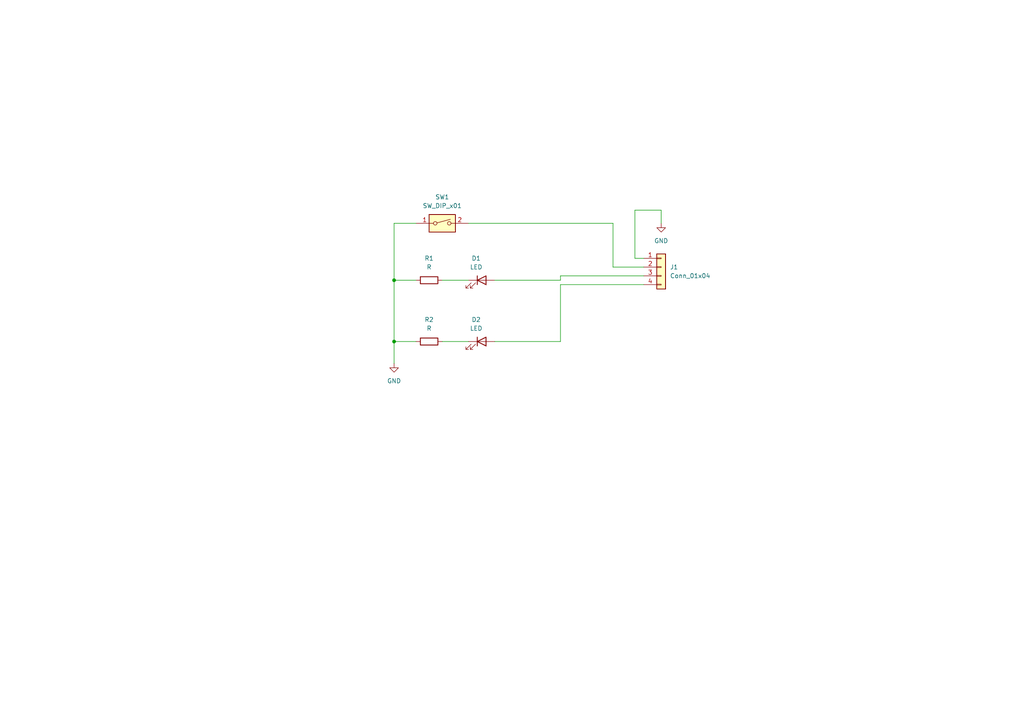
<source format=kicad_sch>
(kicad_sch (version 20211123) (generator eeschema)
  (paper "A4")
  (lib_symbols
    (symbol "Connector_Generic:Conn_01x04" (pin_names (offset 1.016) hide)
      (property "Reference" "J" (at 0 5.08 0))
      (property "Value" "Conn_01x04" (at 0 -7.62 0))
      (symbol "Conn_01x04_1_1"
        (rectangle (start -1.27 -4.953) (end 0 -5.207) (stroke (width 0.1524)))
        (rectangle (start -1.27 -2.413) (end 0 -2.667) (stroke (width 0.1524)))
        (rectangle (start -1.27 0.127) (end 0 -0.127) (stroke (width 0.1524)))
        (rectangle (start -1.27 2.667) (end 0 2.413) (stroke (width 0.1524)))
        (rectangle (start -1.27 3.81) (end 1.27 -6.35) (stroke (width 0.254)) (fill (type background)))
        (pin passive line (at -5.08 2.54 0) (length 3.81) (name "Pin_1") (number "1"))
        (pin passive line (at -5.08 0 0) (length 3.81) (name "Pin_2") (number "2"))
        (pin passive line (at -5.08 -2.54 0) (length 3.81) (name "Pin_3") (number "3"))
        (pin passive line (at -5.08 -5.08 0) (length 3.81) (name "Pin_4") (number "4"))
      )
    )
    (symbol "Device:LED" (pin_numbers hide) (pin_names (offset 1.016) hide)
      (property "Reference" "D" (at 0 2.54 0))
      (property "Value" "LED" (at 0 -2.54 0))
      (symbol "LED_0_1"
        (polyline (pts (xy -1.27 -1.27) (xy -1.27 1.27)) (stroke (width 0.254)))
        (polyline (pts (xy -1.27 0) (xy 1.27 0)))
        (polyline (pts (xy 1.27 -1.27) (xy 1.27 1.27) (xy -1.27 0) (xy 1.27 -1.27)) (stroke (width 0.254)))
        (polyline (pts (xy -3.048 -0.762) (xy -4.572 -2.286) (xy -3.81 -2.286) (xy -4.572 -2.286) (xy -4.572 -1.524)))
        (polyline (pts (xy -1.778 -0.762) (xy -3.302 -2.286) (xy -2.54 -2.286) (xy -3.302 -2.286) (xy -3.302 -1.524)))
      )
      (symbol "LED_1_1"
        (pin passive line (at -3.81 0 0) (length 2.54) (name "K") (number "1"))
        (pin passive line (at 3.81 0 180) (length 2.54) (name "A") (number "2"))
      )
    )
    (symbol "Device:R" (pin_numbers hide) (pin_names (offset 0))
      (property "Reference" "R" (at 2.032 0 90))
      (property "Value" "R" (at 0 0 90))
      (symbol "R_0_1"
        (rectangle (start -1.016 -2.54) (end 1.016 2.54) (stroke (width 0.254)))
      )
      (symbol "R_1_1"
        (pin passive line (at 0 3.81 270) (length 1.27) (name "~") (number "1"))
        (pin passive line (at 0 -3.81 90) (length 1.27) (name "~") (number "2"))
      )
    )
    (symbol "Switch:SW_DIP_x01" (pin_names (offset 0) hide)
      (property "Reference" "SW" (at 0 3.81 0))
      (property "Value" "SW_DIP_x01" (at 0 -3.81 0))
      (symbol "SW_DIP_x01_0_0"
        (circle (center -2.032 0) (radius 0.508))
        (polyline (pts (xy -1.524 0.127) (xy 2.3622 1.1684)))
        (circle (center 2.032 0) (radius 0.508))
      )
      (symbol "SW_DIP_x01_0_1"
        (rectangle (start -3.81 2.54) (end 3.81 -2.54) (stroke (width 0.254)) (fill (type background)))
      )
      (symbol "SW_DIP_x01_1_1"
        (pin passive line (at -7.62 0 0) (length 5.08) (name "~") (number "1"))
        (pin passive line (at 7.62 0 180) (length 5.08) (name "~") (number "2"))
      )
    )
    (symbol "power:GND" (power) (pin_names (offset 0))
      (property "Value" "GND" (at 0 -3.81 0))
      (symbol "GND_0_1"
        (polyline (pts (xy 0 0) (xy 0 -1.27) (xy 1.27 -1.27) (xy 0 -2.54) (xy -1.27 -1.27) (xy 0 -1.27)))
      )
      (symbol "GND_1_1"
        (pin power_in line (at 0 0 270) (length 0) hide (name "GND") (number "1"))
      )
    )
  )
  (junction (at 114.3 81.28))
  (junction (at 114.3 99.06))
  (wire (pts (xy 114.3 99.06) (xy 120.65 99.06)))
  (wire (pts (xy 128.27 81.28) (xy 135.89 81.28)))
  (wire (pts (xy 177.8 77.47) (xy 177.8 64.77)))
  (wire (pts (xy 135.89 64.77) (xy 177.8 64.77)))
  (wire (pts (xy 114.3 64.77) (xy 114.3 81.28)))
  (wire (pts (xy 128.27 99.06) (xy 135.89 99.06)))
  (wire (pts (xy 114.3 81.28) (xy 114.3 99.06)))
  (wire (pts (xy 114.3 81.28) (xy 120.65 81.28)))
  (wire (pts (xy 162.56 80.01) (xy 186.69 80.01)))
  (wire (pts (xy 143.51 81.28) (xy 162.56 81.28)))
  (wire (pts (xy 184.15 60.96) (xy 191.77 60.96)))
  (wire (pts (xy 114.3 99.06) (xy 114.3 105.41)))
  (wire (pts (xy 143.51 99.06) (xy 162.56 99.06)))
  (wire (pts (xy 186.69 77.47) (xy 177.8 77.47)))
  (wire (pts (xy 186.69 74.93) (xy 184.15 74.93)))
  (wire (pts (xy 162.56 81.28) (xy 162.56 80.01)))
  (wire (pts (xy 186.69 82.55) (xy 162.56 82.55)))
  (wire (pts (xy 162.56 82.55) (xy 162.56 99.06)))
  (wire (pts (xy 114.3 64.77) (xy 120.65 64.77)))
  (wire (pts (xy 184.15 74.93) (xy 184.15 60.96)))
  (wire (pts (xy 191.77 60.96) (xy 191.77 64.77)))
  (symbol (lib_id "power:GND") (at 191.77 64.77 0) (unit 1)
    (property "Reference" "#PWR0101" (effects hide))
    (property "Value" "GND" (at 191.77 69.85 0))
  )
  (symbol (lib_id "Device:R") (at 124.46 99.06 90) (unit 1)
    (property "Reference" "R2" (at 124.46 92.71 90))
    (property "Value" "R" (at 124.46 95.25 90))
    (property "Footprint" "Resistor_THT:R_Axial_DIN0207_L6.3mm_D2.5mm_P7.62mm_Horizontal" (effects hide))
  )
  (symbol (lib_id "Device:LED") (at 139.7 99.06 0) (unit 1)
    (property "Reference" "D2" (at 138.1125 92.71 0))
    (property "Value" "LED" (at 138.1125 95.25 0))
    (property "Footprint" "LED_THT:LED_D3.0mm" (effects hide))
  )
  (symbol (lib_id "power:GND") (at 114.3 105.41 0) (unit 1)
    (property "Reference" "#PWR0102" (effects hide))
    (property "Value" "GND" (at 114.3 110.49 0))
  )
  (symbol (lib_id "Device:LED") (at 139.7 81.28 0) (unit 1)
    (property "Reference" "D1" (at 138.1125 74.93 0))
    (property "Value" "LED" (at 138.1125 77.47 0))
    (property "Footprint" "LED_THT:LED_D3.0mm" (effects hide))
  )
  (symbol (lib_id "Device:R") (at 124.46 81.28 90) (unit 1)
    (property "Reference" "R1" (at 124.46 74.93 90))
    (property "Value" "R" (at 124.46 77.47 90))
    (property "Footprint" "Resistor_THT:R_Axial_DIN0207_L6.3mm_D2.5mm_P7.62mm_Horizontal" (effects hide))
  )
  (symbol (lib_id "Switch:SW_DIP_x01") (at 128.27 64.77 0) (unit 1)
    (property "Reference" "SW1" (at 128.27 57.15 0))
    (property "Value" "SW_DIP_x01" (at 128.27 59.69 0))
    (property "Footprint" "samuel:button-6mm-small" (effects hide))
  )
  (symbol (lib_id "Connector_Generic:Conn_01x04") (at 191.77 77.47 0) (unit 1)
    (property "Reference" "J1" (at 194.31 77.4699 0) (effects (justify left)))
    (property "Value" "Conn_01x04" (at 194.31 80.0099 0) (effects (justify left)))
    (property "Footprint" "samuel:ZH-1.5mm-4p" (effects hide))
  )
)
</source>
